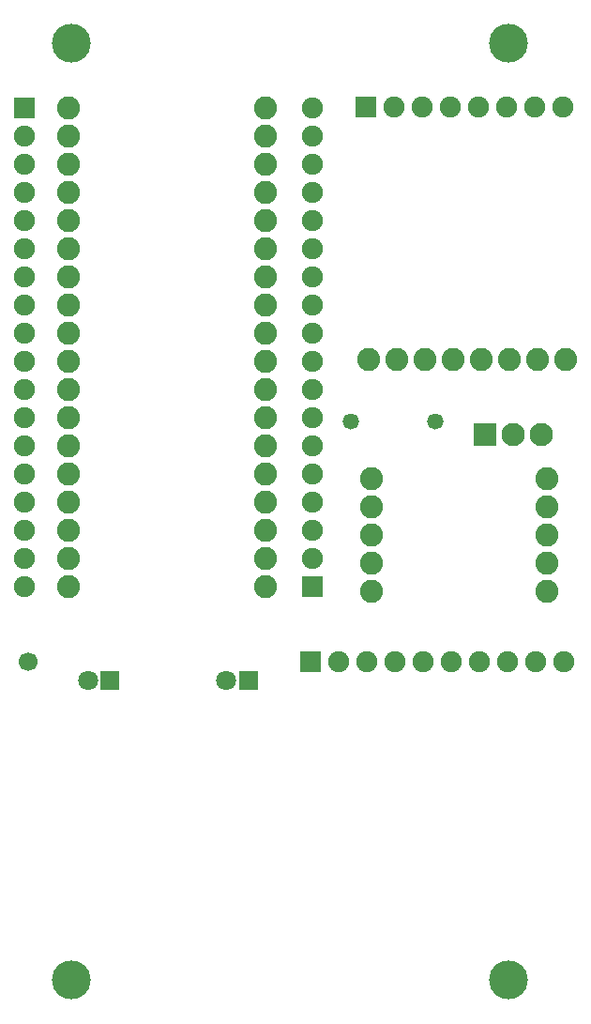
<source format=gbr>
G04 DipTrace 3.0.0.1*
G04 BottomMask.gbr*
%MOIN*%
G04 #@! TF.FileFunction,Soldermask,Bot*
G04 #@! TF.Part,Single*
%ADD22R,0.074803X0.074803*%
%ADD23C,0.074803*%
%ADD29C,0.137795*%
%ADD38C,0.066929*%
%ADD40C,0.057874*%
%ADD42C,0.057874*%
%ADD44C,0.082677*%
%ADD45R,0.082677X0.082677*%
%ADD46C,0.070866*%
%ADD48R,0.070866X0.070866*%
%ADD52C,0.081874*%
%FSLAX26Y26*%
G04*
G70*
G90*
G75*
G01*
G04 BotMask*
%LPD*%
D52*
X680757Y3649458D3*
Y3549458D3*
Y3449458D3*
Y3349458D3*
Y3249458D3*
Y3149458D3*
Y3049458D3*
Y2949458D3*
Y2849458D3*
Y2749458D3*
Y2649458D3*
Y2549458D3*
Y2449458D3*
Y2349458D3*
Y2249458D3*
Y2149458D3*
Y2049458D3*
Y1949458D3*
X1380757Y3649458D3*
Y3549458D3*
Y3449458D3*
Y3349458D3*
Y3249458D3*
Y3149458D3*
Y3049458D3*
Y2949458D3*
Y2849458D3*
Y2749458D3*
Y2649458D3*
Y2549458D3*
Y2449458D3*
Y2349458D3*
Y2249458D3*
Y2149458D3*
Y2049458D3*
Y1949458D3*
X1746381Y2754374D3*
X1846381D3*
X1946381D3*
X2046381D3*
X2146381D3*
X2246381D3*
X2346381D3*
X2446381D3*
X1755068Y2332726D3*
Y2232726D3*
Y2132726D3*
Y2032726D3*
Y1932726D3*
X2380068Y2332726D3*
Y2232726D3*
Y2132726D3*
Y2032726D3*
Y1932726D3*
D22*
X523277Y3649458D3*
D23*
Y3549458D3*
Y3449458D3*
Y3349458D3*
Y3249458D3*
Y3149458D3*
Y3049458D3*
Y2949458D3*
Y2849458D3*
Y2749458D3*
Y2649458D3*
Y2549458D3*
Y2449458D3*
Y2349458D3*
Y2249458D3*
Y2149458D3*
Y2049458D3*
Y1949458D3*
D22*
X1546899D3*
D23*
Y2049458D3*
Y2149458D3*
Y2249458D3*
Y2349458D3*
Y2449458D3*
Y2549458D3*
Y2649458D3*
Y2749458D3*
Y2849458D3*
Y2949458D3*
Y3049458D3*
Y3149458D3*
Y3249458D3*
Y3349458D3*
Y3449458D3*
Y3549458D3*
Y3649458D3*
D22*
X1735383Y3651623D3*
D23*
X1835383D3*
X1935383D3*
X2035383D3*
X2135383D3*
X2235383D3*
X2335383D3*
X2435383D3*
D22*
X1538533Y1683119D3*
D23*
X1638533D3*
X1738533D3*
X1838533D3*
X1938533D3*
X2038533D3*
X2138533D3*
X2238533D3*
X2338533D3*
X2438533D3*
D48*
X826770Y1614173D3*
D46*
X748030D3*
D48*
X1318896D3*
D46*
X1240156D3*
D45*
X2159005Y2490206D3*
D44*
X2259005D3*
X2359005D3*
D42*
X1683808Y2537056D3*
D40*
X1983808D3*
D29*
X2244093Y551181D3*
X688976D3*
X2244093Y3877953D3*
X688976D3*
D38*
X534596Y1683119D3*
M02*

</source>
